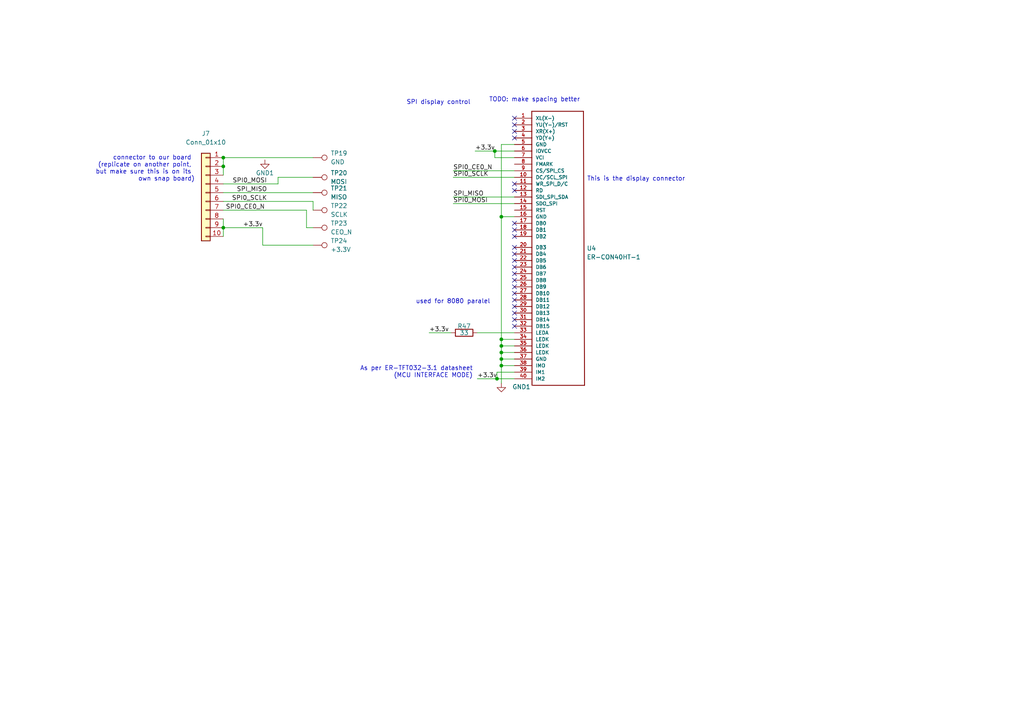
<source format=kicad_sch>
(kicad_sch (version 20211123) (generator eeschema)
  (paper "A4")
  (title_block (title "Display connector board (not part of mainboard)") (rev "indevRev2"))
  (lib_symbols
    (symbol "CON40:ER-CON40HT-1" (pin_names (offset 1.016))
      (property "Reference" "U" (at 8.001 2.9972 0))
      (property "Value" "ER-CON40HT-1" (at 5.08 -80.01 0))
      (symbol "ER-CON40HT-1_0_0"
        (polyline (pts (xy 5.0038 2.0066) (xy 19.9898 2.0066)) (stroke (width 0.254)))
        (polyline (pts (xy 5.08 -77.47) (xy 5.0038 2.0066)) (stroke (width 0.254)))
        (polyline (pts (xy 19.9898 2.0066) (xy 20.32 -77.47)) (stroke (width 0.254)))
        (polyline (pts (xy 20.32 -77.47) (xy 5.334 -77.47)) (stroke (width 0.254)))
        (pin bidirectional line (at 0 0 0) (length 5.08) (name "XL(X-)") (number "1"))
        (pin bidirectional line (at 0 -17.145 0) (length 5.08) (name "DC/SCL_SPI") (number "10"))
        (pin bidirectional line (at 0 -19.05 0) (length 5.08) (name "WR_SPI_D/C") (number "11"))
        (pin bidirectional line (at 0 -20.955 0) (length 5.08) (name "RD") (number "12"))
        (pin bidirectional line (at 0 -22.86 0) (length 5.08) (name "SDI_SPI_SDA") (number "13"))
        (pin bidirectional line (at 0 -24.765 0) (length 5.08) (name "SDO_SPI") (number "14"))
        (pin bidirectional line (at 0 -26.67 0) (length 5.08) (name "RST") (number "15"))
        (pin bidirectional line (at 0 -28.575 0) (length 5.08) (name "GND") (number "16"))
        (pin bidirectional line (at 0 -30.48 0) (length 5.08) (name "DB0") (number "17"))
        (pin bidirectional line (at 0 -32.385 0) (length 5.08) (name "DB1") (number "18"))
        (pin bidirectional line (at 0 -34.29 0) (length 5.08) (name "DB2") (number "19"))
        (pin bidirectional line (at 0 -1.905 0) (length 5.08) (name "YU(Y-)/RST") (number "2"))
        (pin bidirectional line (at 0 -37.465 0) (length 5.08) (name "DB3") (number "20"))
        (pin bidirectional line (at 0 -39.37 0) (length 5.08) (name "DB4") (number "21"))
        (pin bidirectional line (at 0 -41.275 0) (length 5.08) (name "DB5") (number "22"))
        (pin bidirectional line (at 0 -43.18 0) (length 5.08) (name "DB6") (number "23"))
        (pin bidirectional line (at 0 -45.085 0) (length 5.08) (name "DB7") (number "24"))
        (pin bidirectional line (at 0 -46.99 0) (length 5.08) (name "DB8") (number "25"))
        (pin bidirectional line (at 0 -48.895 0) (length 5.08) (name "DB9") (number "26"))
        (pin bidirectional line (at 0 -50.8 0) (length 5.08) (name "DB10") (number "27"))
        (pin bidirectional line (at 0 -52.705 0) (length 5.08) (name "DB11") (number "28"))
        (pin bidirectional line (at 0 -54.61 0) (length 5.08) (name "DB12") (number "29"))
        (pin bidirectional line (at 0 -3.81 0) (length 5.08) (name "XR(X+)") (number "3"))
        (pin bidirectional line (at 0 -56.515 0) (length 5.08) (name "DB13") (number "30"))
        (pin bidirectional line (at 0 -58.42 0) (length 5.08) (name "DB14") (number "31"))
        (pin bidirectional line (at 0 -60.325 0) (length 5.08) (name "DB15") (number "32"))
        (pin bidirectional line (at 0 -62.23 0) (length 5.08) (name "LEDA") (number "33"))
        (pin bidirectional line (at 0 -64.135 0) (length 5.08) (name "LEDK") (number "34"))
        (pin bidirectional line (at 0 -66.04 0) (length 5.08) (name "LEDK") (number "35"))
        (pin bidirectional line (at 0 -67.945 0) (length 5.08) (name "LEDK") (number "36"))
        (pin bidirectional line (at 0 -69.85 0) (length 5.08) (name "GND") (number "37"))
        (pin bidirectional line (at 0 -71.755 0) (length 5.08) (name "IMO") (number "38"))
        (pin bidirectional line (at 0 -73.66 0) (length 5.08) (name "IM1") (number "39"))
        (pin bidirectional line (at 0 -5.715 0) (length 5.08) (name "YD(Y+)") (number "4"))
        (pin bidirectional line (at 0 -75.565 0) (length 5.08) (name "IM2") (number "40"))
        (pin bidirectional line (at 0 -7.62 0) (length 5.08) (name "GND") (number "5"))
        (pin bidirectional line (at 0 -9.525 0) (length 5.08) (name "IOVCC") (number "6"))
        (pin bidirectional line (at 0 -11.43 0) (length 5.08) (name "VCI") (number "7"))
        (pin bidirectional line (at 0 -13.335 0) (length 5.08) (name "FMARK") (number "8"))
        (pin bidirectional line (at 0 -15.24 0) (length 5.08) (name "CS/SPI_CS") (number "9"))
      )
    )
    (symbol "Connector:TestPoint" (pin_numbers hide) (pin_names (offset 0.762) hide)
      (property "Reference" "TP" (at 0 6.858 0))
      (property "Value" "TestPoint" (at 0 5.08 0))
      (symbol "TestPoint_0_1"
        (circle (center 0 3.302) (radius 0.762))
      )
      (symbol "TestPoint_1_1"
        (pin passive line (at 0 0 90) (length 2.54) (name "1") (number "1"))
      )
    )
    (symbol "Connector_Generic:Conn_01x10" (pin_names (offset 1.016) hide)
      (property "Reference" "J" (at 0 12.7 0))
      (property "Value" "Conn_01x10" (at 0 -15.24 0))
      (symbol "Conn_01x10_1_1"
        (rectangle (start -1.27 -12.573) (end 0 -12.827) (stroke (width 0.1524)))
        (rectangle (start -1.27 -10.033) (end 0 -10.287) (stroke (width 0.1524)))
        (rectangle (start -1.27 -7.493) (end 0 -7.747) (stroke (width 0.1524)))
        (rectangle (start -1.27 -4.953) (end 0 -5.207) (stroke (width 0.1524)))
        (rectangle (start -1.27 -2.413) (end 0 -2.667) (stroke (width 0.1524)))
        (rectangle (start -1.27 0.127) (end 0 -0.127) (stroke (width 0.1524)))
        (rectangle (start -1.27 2.667) (end 0 2.413) (stroke (width 0.1524)))
        (rectangle (start -1.27 5.207) (end 0 4.953) (stroke (width 0.1524)))
        (rectangle (start -1.27 7.747) (end 0 7.493) (stroke (width 0.1524)))
        (rectangle (start -1.27 10.287) (end 0 10.033) (stroke (width 0.1524)))
        (rectangle (start -1.27 11.43) (end 1.27 -13.97) (stroke (width 0.254)) (fill (type background)))
        (pin passive line (at -5.08 10.16 0) (length 3.81) (name "Pin_1") (number "1"))
        (pin passive line (at -5.08 -12.7 0) (length 3.81) (name "Pin_10") (number "10"))
        (pin passive line (at -5.08 7.62 0) (length 3.81) (name "Pin_2") (number "2"))
        (pin passive line (at -5.08 5.08 0) (length 3.81) (name "Pin_3") (number "3"))
        (pin passive line (at -5.08 2.54 0) (length 3.81) (name "Pin_4") (number "4"))
        (pin passive line (at -5.08 0 0) (length 3.81) (name "Pin_5") (number "5"))
        (pin passive line (at -5.08 -2.54 0) (length 3.81) (name "Pin_6") (number "6"))
        (pin passive line (at -5.08 -5.08 0) (length 3.81) (name "Pin_7") (number "7"))
        (pin passive line (at -5.08 -7.62 0) (length 3.81) (name "Pin_8") (number "8"))
        (pin passive line (at -5.08 -10.16 0) (length 3.81) (name "Pin_9") (number "9"))
      )
    )
    (symbol "Device:R" (pin_numbers hide) (pin_names (offset 0))
      (property "Reference" "R" (at 2.032 0 90))
      (property "Value" "R" (at 0 0 90))
      (symbol "R_0_1"
        (rectangle (start -1.016 -2.54) (end 1.016 2.54) (stroke (width 0.254)))
      )
      (symbol "R_1_1"
        (pin passive line (at 0 3.81 270) (length 1.27) (name "~") (number "1"))
        (pin passive line (at 0 -3.81 90) (length 1.27) (name "~") (number "2"))
      )
    )
    (symbol "power:GND1" (power) (pin_names (offset 0))
      (property "Value" "GND1" (at 0 -3.81 0))
      (symbol "GND1_0_1"
        (polyline (pts (xy 0 0) (xy 0 -1.27) (xy 1.27 -1.27) (xy 0 -2.54) (xy -1.27 -1.27) (xy 0 -1.27)))
      )
      (symbol "GND1_1_1"
        (pin power_in line (at 0 0 270) (length 0) hide (name "GND1") (number "1"))
      )
    )
  )
  (junction (at 64.77 66.04))
  (junction (at 64.77 45.72))
  (junction (at 145.415 106.045) (diameter 0.9144))
  (junction (at 144.145 109.855) (diameter 0.9144))
  (junction (at 145.415 102.235) (diameter 0.9144))
  (junction (at 145.415 98.425) (diameter 0.9144))
  (junction (at 145.415 100.33) (diameter 0.9144))
  (junction (at 143.51 43.815) (diameter 0.9144))
  (junction (at 64.77 48.26))
  (junction (at 145.415 62.865) (diameter 0.9144))
  (junction (at 145.415 104.14) (diameter 0.9144))
  (no_connect (at 149.225 53.34))
  (no_connect (at 149.225 55.245))
  (no_connect (at 149.225 38.1))
  (no_connect (at 149.225 40.005))
  (no_connect (at 149.225 34.29))
  (no_connect (at 149.225 36.195))
  (no_connect (at 149.225 90.805))
  (no_connect (at 149.225 92.71))
  (no_connect (at 149.225 94.615))
  (no_connect (at 149.225 88.9))
  (no_connect (at 149.225 86.995))
  (no_connect (at 149.225 85.09))
  (no_connect (at 149.225 83.185))
  (no_connect (at 149.225 81.28))
  (no_connect (at 149.225 79.375))
  (no_connect (at 149.225 77.47))
  (no_connect (at 149.225 73.66))
  (no_connect (at 149.225 75.565))
  (no_connect (at 149.225 71.755))
  (no_connect (at 149.225 68.58))
  (no_connect (at 149.225 66.675))
  (no_connect (at 149.225 64.77))
  (wire (pts (xy 64.77 60.96) (xy 88.9 60.96)))
  (wire (pts (xy 131.445 51.435) (xy 149.225 51.435)))
  (wire (pts (xy 145.415 100.33) (xy 149.225 100.33)))
  (wire (pts (xy 131.445 57.15) (xy 149.225 57.15)))
  (wire (pts (xy 90.805 60.96) (xy 90.805 58.42)))
  (wire (pts (xy 64.77 66.04) (xy 64.77 68.58)))
  (wire (pts (xy 149.225 98.425) (xy 145.415 98.425)))
  (wire (pts (xy 137.795 43.815) (xy 143.51 43.815)))
  (wire (pts (xy 143.51 43.815) (xy 149.225 43.815)))
  (wire (pts (xy 80.645 51.435) (xy 80.645 53.34)))
  (wire (pts (xy 64.77 63.5) (xy 64.77 66.04)))
  (wire (pts (xy 90.805 51.435) (xy 80.645 51.435)))
  (wire (pts (xy 145.415 102.235) (xy 149.225 102.235)))
  (wire (pts (xy 145.415 106.045) (xy 149.225 106.045)))
  (wire (pts (xy 64.77 66.04) (xy 76.2 66.04)))
  (wire (pts (xy 64.77 53.34) (xy 80.645 53.34)))
  (wire (pts (xy 149.225 107.95) (xy 144.145 107.95)))
  (wire (pts (xy 144.145 107.95) (xy 144.145 109.855)))
  (wire (pts (xy 64.77 45.72) (xy 90.805 45.72)))
  (wire (pts (xy 64.77 48.26) (xy 64.77 45.72)))
  (wire (pts (xy 64.77 50.8) (xy 64.77 48.26)))
  (wire (pts (xy 149.225 45.72) (xy 143.51 45.72)))
  (wire (pts (xy 143.51 45.72) (xy 143.51 43.815)))
  (wire (pts (xy 64.77 58.42) (xy 90.805 58.42)))
  (wire (pts (xy 144.145 109.855) (xy 149.225 109.855)))
  (wire (pts (xy 138.43 109.855) (xy 144.145 109.855)))
  (wire (pts (xy 124.46 96.52) (xy 130.81 96.52)))
  (wire (pts (xy 90.805 71.12) (xy 76.2 71.12)))
  (wire (pts (xy 88.9 66.04) (xy 88.9 60.96)))
  (wire (pts (xy 64.77 55.88) (xy 90.805 55.88)))
  (wire (pts (xy 145.415 106.045) (xy 145.415 104.14)))
  (wire (pts (xy 145.415 62.865) (xy 145.415 98.425)))
  (wire (pts (xy 145.415 102.235) (xy 145.415 104.14)))
  (wire (pts (xy 145.415 100.33) (xy 145.415 102.235)))
  (wire (pts (xy 145.415 98.425) (xy 145.415 100.33)))
  (wire (pts (xy 145.415 111.125) (xy 145.415 106.045)))
  (wire (pts (xy 145.415 41.91) (xy 149.225 41.91)))
  (wire (pts (xy 145.415 62.865) (xy 145.415 41.91)))
  (wire (pts (xy 131.445 49.53) (xy 149.225 49.53)))
  (wire (pts (xy 76.2 71.12) (xy 76.2 66.04)))
  (wire (pts (xy 90.805 66.04) (xy 88.9 66.04)))
  (wire (pts (xy 131.445 59.055) (xy 149.225 59.055)))
  (wire (pts (xy 145.415 104.14) (xy 149.225 104.14)))
  (wire (pts (xy 138.43 96.52) (xy 149.225 96.52)))
  (wire (pts (xy 145.415 62.865) (xy 149.225 62.865)))
  (text "As per ER-TFT032-3.1 datasheet\n(MCU INTERFACE MODE)\n\n" (at 137.16 111.76 0) (effects (font (size 1.27 1.27)) (justify right bottom)))
  (text "SPI display control" (at 136.525 30.48 180) (effects (font (size 1.27 1.27)) (justify right bottom)))
  (text "This is the display connector\n" (at 198.755 52.705 180) (effects (font (size 1.27 1.27)) (justify right bottom)))
  (text "TODO: make spacing better\n\n" (at 168.275 31.75 180) (effects (font (size 1.27 1.27)) (justify right bottom)))
  (text "connector to our board \n(replicate on another point, \nbut make sure this is on its \nown snap board)\n" (at 56.515 52.705 0) (effects (font (size 1.27 1.27)) (justify right bottom)))
  (text "used for 8080 paralel\n" (at 142.24 88.265 180) (effects (font (size 1.27 1.27)) (justify right bottom)))
  (label "SPI_MISO" (at 77.47 55.88 180))
  (label "+3.3v" (at 138.43 109.855 0))
  (label "SPI0_CE0_N" (at 76.835 60.96 180))
  (label "+3.3v" (at 76.2 66.04 180))
  (label "SPI0_MOSI" (at 77.47 53.34 180))
  (label "+3.3v" (at 124.46 96.52 0))
  (label "SPI_MISO" (at 131.445 57.15 0))
  (label "SPI0_SCLK" (at 131.445 51.435 0))
  (label "SPI0_SCLK" (at 77.47 58.42 180))
  (label "SPI0_CE0_N" (at 131.445 49.53 0))
  (label "SPI0_MOSI" (at 131.445 59.055 0))
  (label "+3.3v" (at 137.795 43.815 0))
  (symbol (lib_id "Connector:TestPoint") (at 90.805 45.72 270) (unit 1)
    (property "Reference" "TP19" (at 95.885 44.4499 90) (effects (justify left)))
    (property "Value" "GND" (at 95.885 46.9899 90) (effects (justify left)))
    (property "Footprint" "TestPoint:TestPoint_Pad_2.0x2.0mm" (effects hide))
  )
  (symbol (lib_id "Connector:TestPoint") (at 90.805 71.12 270) (unit 1)
    (property "Reference" "TP24" (at 95.885 69.8499 90) (effects (justify left)))
    (property "Value" "+3.3V" (at 95.885 72.3899 90) (effects (justify left)))
    (property "Footprint" "TestPoint:TestPoint_Pad_2.0x2.0mm" (effects hide))
  )
  (symbol (lib_id "Connector:TestPoint") (at 90.805 66.04 270) (unit 1)
    (property "Reference" "TP23" (at 95.885 64.7699 90) (effects (justify left)))
    (property "Value" "CEO_N" (at 95.885 67.3099 90) (effects (justify left)))
    (property "Footprint" "TestPoint:TestPoint_Pad_2.0x2.0mm" (effects hide))
  )
  (symbol (lib_id "Connector:TestPoint") (at 90.805 51.435 270) (unit 1)
    (property "Reference" "TP20" (at 95.885 50.1649 90) (effects (justify left)))
    (property "Value" "MOSI" (at 95.885 52.7049 90) (effects (justify left)))
    (property "Footprint" "TestPoint:TestPoint_Pad_2.0x2.0mm" (effects hide))
  )
  (symbol (lib_id "Device:R") (at 134.62 96.52 90) (unit 1)
    (property "Reference" "R47" (at 134.62 94.615 90))
    (property "Value" "33" (at 134.62 96.52 90))
    (property "Footprint" "Resistor_SMD:R_0805_2012Metric_Pad1.20x1.40mm_HandSolder" (effects hide))
  )
  (symbol (lib_id "Connector:TestPoint") (at 90.805 60.96 270) (unit 1)
    (property "Reference" "TP22" (at 95.885 59.6899 90) (effects (justify left)))
    (property "Value" "SCLK" (at 95.885 62.2299 90) (effects (justify left)))
    (property "Footprint" "TestPoint:TestPoint_Pad_2.0x2.0mm" (effects hide))
  )
  (symbol (lib_id "Connector_Generic:Conn_01x10") (at 59.69 55.88 0) (mirror y) (unit 1)
    (property "Reference" "J7" (at 59.69 38.735 0))
    (property "Value" "Conn_01x10" (at 59.69 41.275 0))
    (property "Footprint" "CM4IO:522711169" (effects hide))
  )
  (symbol (lib_id "Connector:TestPoint") (at 90.805 55.88 270) (unit 1)
    (property "Reference" "TP21" (at 95.885 54.6099 90) (effects (justify left)))
    (property "Value" "MISO" (at 95.885 57.1499 90) (effects (justify left)))
    (property "Footprint" "TestPoint:TestPoint_Pad_2.0x2.0mm" (effects hide))
  )
  (symbol (lib_id "power:GND1") (at 76.835 46.355 0) (unit 1)
    (property "Reference" "#PWR044" (effects hide))
    (property "Value" "GND1" (at 76.835 50.165 0))
  )
  (symbol (lib_id "power:GND1") (at 145.415 111.125 0) (unit 1)
    (property "Reference" "#PWR045" (effects hide))
    (property "Value" "GND1" (at 148.59 112.2044 0) (effects (justify left)))
  )
  (symbol (lib_id "CON40:ER-CON40HT-1") (at 149.225 34.29 0) (unit 1)
    (property "Reference" "U4" (at 170.18 72.0216 0) (effects (justify left)))
    (property "Value" "ER-CON40HT-1" (at 170.18 74.5616 0) (effects (justify left)))
    (property "Footprint" "ER-CON40HT-1:ER-CON40HT-1" (effects hide))
  )
)
</source>
